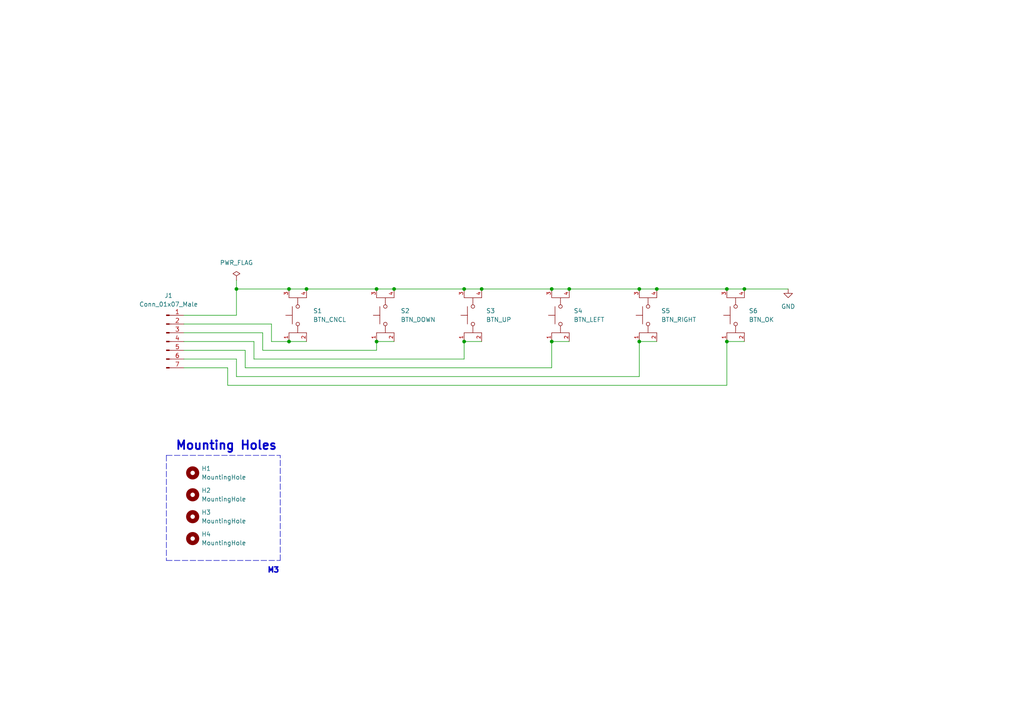
<source format=kicad_sch>
(kicad_sch (version 20211123) (generator eeschema)
  (paper "A4")
  (lib_symbols
    (symbol "Connector:Conn_01x07_Male" (pin_names (offset 1.016) hide)
      (property "Reference" "J" (at 0 10.16 0))
      (property "Value" "Conn_01x07_Male" (at 0 -10.16 0))
      (symbol "Conn_01x07_Male_1_1"
        (polyline (pts (xy 1.27 -7.62) (xy 0.8636 -7.62)) (stroke (width 0.1524)))
        (polyline (pts (xy 1.27 -5.08) (xy 0.8636 -5.08)) (stroke (width 0.1524)))
        (polyline (pts (xy 1.27 -2.54) (xy 0.8636 -2.54)) (stroke (width 0.1524)))
        (polyline (pts (xy 1.27 0) (xy 0.8636 0)) (stroke (width 0.1524)))
        (polyline (pts (xy 1.27 2.54) (xy 0.8636 2.54)) (stroke (width 0.1524)))
        (polyline (pts (xy 1.27 5.08) (xy 0.8636 5.08)) (stroke (width 0.1524)))
        (polyline (pts (xy 1.27 7.62) (xy 0.8636 7.62)) (stroke (width 0.1524)))
        (rectangle (start 0.8636 -7.493) (end 0 -7.747) (stroke (width 0.1524)) (fill (type outline)))
        (rectangle (start 0.8636 -4.953) (end 0 -5.207) (stroke (width 0.1524)) (fill (type outline)))
        (rectangle (start 0.8636 -2.413) (end 0 -2.667) (stroke (width 0.1524)) (fill (type outline)))
        (rectangle (start 0.8636 0.127) (end 0 -0.127) (stroke (width 0.1524)) (fill (type outline)))
        (rectangle (start 0.8636 2.667) (end 0 2.413) (stroke (width 0.1524)) (fill (type outline)))
        (rectangle (start 0.8636 5.207) (end 0 4.953) (stroke (width 0.1524)) (fill (type outline)))
        (rectangle (start 0.8636 7.747) (end 0 7.493) (stroke (width 0.1524)) (fill (type outline)))
        (pin passive line (at 5.08 7.62 180) (length 3.81) (name "Pin_1") (number "1"))
        (pin passive line (at 5.08 5.08 180) (length 3.81) (name "Pin_2") (number "2"))
        (pin passive line (at 5.08 2.54 180) (length 3.81) (name "Pin_3") (number "3"))
        (pin passive line (at 5.08 0 180) (length 3.81) (name "Pin_4") (number "4"))
        (pin passive line (at 5.08 -2.54 180) (length 3.81) (name "Pin_5") (number "5"))
        (pin passive line (at 5.08 -5.08 180) (length 3.81) (name "Pin_6") (number "6"))
        (pin passive line (at 5.08 -7.62 180) (length 3.81) (name "Pin_7") (number "7"))
      )
    )
    (symbol "Mechanical:MountingHole" (pin_names (offset 1.016))
      (property "Reference" "H" (at 0 5.08 0))
      (property "Value" "MountingHole" (at 0 3.175 0))
      (symbol "MountingHole_0_1"
        (circle (center 0 0) (radius 1.27) (stroke (width 1.27)))
      )
    )
    (symbol "TL1105DF160Q:TL1105DF160Q" (pin_names (offset 1.016))
      (property "Reference" "S" (at -5.08 5.08 0))
      (property "Value" "TL1105DF160Q" (at -5.08 -5.08 0))
      (symbol "TL1105DF160Q_0_0"
        (circle (center -2.54 0) (radius 0.508) (stroke (width 0.1524)))
        (polyline (pts (xy -5.08 0) (xy -3.048 0)) (stroke (width 0.1524)))
        (polyline (pts (xy -5.08 2.54) (xy -5.08 -2.54)) (stroke (width 0.1524)))
        (polyline (pts (xy -2.54 1.5875) (xy 0 1.5875)) (stroke (width 0.1524)))
        (polyline (pts (xy 0 1.5875) (xy 0 3.4925)) (stroke (width 0.1524)))
        (polyline (pts (xy 0 1.5875) (xy 2.54 1.5875)) (stroke (width 0.1524)))
        (polyline (pts (xy 5.08 0) (xy 3.048 0)) (stroke (width 0.1524)))
        (polyline (pts (xy 5.08 2.54) (xy 5.08 -2.54)) (stroke (width 0.1524)))
        (circle (center 2.54 0) (radius 0.508) (stroke (width 0.1524)))
        (pin passive line (at -7.62 2.54 0) (length 2.54) (name "~") (number "1"))
        (pin passive line (at -7.62 -2.54 0) (length 2.54) (name "~") (number "2"))
        (pin passive line (at 7.62 2.54 180) (length 2.54) (name "~") (number "3"))
        (pin passive line (at 7.62 -2.54 180) (length 2.54) (name "~") (number "4"))
      )
    )
    (symbol "power:GND" (power) (pin_names (offset 0))
      (property "Value" "GND" (at 0 -3.81 0))
      (symbol "GND_0_1"
        (polyline (pts (xy 0 0) (xy 0 -1.27) (xy 1.27 -1.27) (xy 0 -2.54) (xy -1.27 -1.27) (xy 0 -1.27)))
      )
      (symbol "GND_1_1"
        (pin power_in line (at 0 0 270) (length 0) hide (name "GND") (number "1"))
      )
    )
    (symbol "power:PWR_FLAG" (power) (pin_numbers hide) (pin_names (offset 0) hide)
      (property "Value" "PWR_FLAG" (at 0 3.81 0))
      (symbol "PWR_FLAG_0_0"
        (pin power_out line (at 0 0 90) (length 0) (name "pwr") (number "1"))
      )
      (symbol "PWR_FLAG_0_1"
        (polyline (pts (xy 0 0) (xy 0 1.27) (xy -1.016 1.905) (xy 0 2.54) (xy 1.016 1.905) (xy 0 1.27)))
      )
    )
  )
  (junction (at 134.62 99.06))
  (junction (at 83.82 99.06))
  (junction (at 134.62 83.82))
  (junction (at 109.22 83.82))
  (junction (at 190.5 83.82))
  (junction (at 109.22 99.06))
  (junction (at 88.9 83.82))
  (junction (at 165.1 83.82))
  (junction (at 83.82 83.82))
  (junction (at 215.9 83.82))
  (junction (at 68.58 83.82))
  (junction (at 160.02 83.82))
  (junction (at 210.82 83.82))
  (junction (at 160.02 99.06))
  (junction (at 114.3 83.82))
  (junction (at 185.42 83.82))
  (junction (at 185.42 99.06))
  (junction (at 139.7 83.82))
  (junction (at 210.82 99.06))
  (polyline (pts (xy 81.28 162.56) (xy 81.28 132.08)))
  (wire (pts (xy 83.82 83.82) (xy 88.9 83.82)))
  (wire (pts (xy 83.82 99.06) (xy 88.9 99.06)))
  (wire (pts (xy 134.62 83.82) (xy 139.7 83.82)))
  (wire (pts (xy 114.3 83.82) (xy 134.62 83.82)))
  (wire (pts (xy 165.1 83.82) (xy 185.42 83.82)))
  (wire (pts (xy 134.62 99.06) (xy 139.7 99.06)))
  (wire (pts (xy 83.82 99.06) (xy 78.74 99.06)))
  (wire (pts (xy 215.9 83.82) (xy 228.6 83.82)))
  (wire (pts (xy 68.58 91.44) (xy 53.34 91.44)))
  (wire (pts (xy 109.22 83.82) (xy 114.3 83.82)))
  (wire (pts (xy 160.02 106.68) (xy 71.12 106.68)))
  (wire (pts (xy 190.5 83.82) (xy 210.82 83.82)))
  (wire (pts (xy 76.2 96.52) (xy 53.34 96.52)))
  (wire (pts (xy 68.58 109.22) (xy 68.58 104.14)))
  (wire (pts (xy 78.74 93.98) (xy 53.34 93.98)))
  (wire (pts (xy 210.82 99.06) (xy 215.9 99.06)))
  (polyline (pts (xy 48.26 132.08) (xy 81.28 132.08)))
  (wire (pts (xy 73.66 99.06) (xy 53.34 99.06)))
  (wire (pts (xy 88.9 83.82) (xy 109.22 83.82)))
  (wire (pts (xy 73.66 104.14) (xy 73.66 99.06)))
  (wire (pts (xy 134.62 99.06) (xy 134.62 104.14)))
  (wire (pts (xy 210.82 111.76) (xy 66.04 111.76)))
  (wire (pts (xy 66.04 106.68) (xy 53.34 106.68)))
  (wire (pts (xy 78.74 99.06) (xy 78.74 93.98)))
  (wire (pts (xy 210.82 83.82) (xy 215.9 83.82)))
  (polyline (pts (xy 48.26 132.08) (xy 48.26 162.56)))
  (wire (pts (xy 109.22 99.06) (xy 109.22 101.6)))
  (wire (pts (xy 185.42 99.06) (xy 190.5 99.06)))
  (wire (pts (xy 68.58 83.82) (xy 68.58 91.44)))
  (wire (pts (xy 139.7 83.82) (xy 160.02 83.82)))
  (wire (pts (xy 160.02 99.06) (xy 165.1 99.06)))
  (wire (pts (xy 76.2 101.6) (xy 76.2 96.52)))
  (wire (pts (xy 134.62 104.14) (xy 73.66 104.14)))
  (wire (pts (xy 66.04 111.76) (xy 66.04 106.68)))
  (wire (pts (xy 160.02 99.06) (xy 160.02 106.68)))
  (wire (pts (xy 68.58 104.14) (xy 53.34 104.14)))
  (wire (pts (xy 109.22 99.06) (xy 114.3 99.06)))
  (wire (pts (xy 185.42 109.22) (xy 68.58 109.22)))
  (wire (pts (xy 210.82 99.06) (xy 210.82 111.76)))
  (wire (pts (xy 71.12 106.68) (xy 71.12 101.6)))
  (wire (pts (xy 160.02 83.82) (xy 165.1 83.82)))
  (wire (pts (xy 185.42 83.82) (xy 190.5 83.82)))
  (wire (pts (xy 83.82 83.82) (xy 68.58 83.82)))
  (wire (pts (xy 185.42 99.06) (xy 185.42 109.22)))
  (wire (pts (xy 109.22 101.6) (xy 76.2 101.6)))
  (wire (pts (xy 71.12 101.6) (xy 53.34 101.6)))
  (wire (pts (xy 68.58 81.28) (xy 68.58 83.82)))
  (polyline (pts (xy 48.26 162.56) (xy 81.28 162.56)))
  (text "Mounting Holes\n" (at 50.8 130.81 0) (effects (font (size 2.5 2.5) (thickness 0.5) bold) (justify left bottom)))
  (text "M3\n" (at 77.47 166.37 0) (effects (font (size 1.5 1.5) (thickness 0.5) bold) (justify left bottom)))
  (symbol (lib_id "Mechanical:MountingHole") (at 55.88 156.21 0) (unit 1)
    (property "Reference" "H4" (at 58.42 154.9399 0) (effects (justify left)))
    (property "Value" "MountingHole" (at 58.42 157.4799 0) (effects (justify left)))
    (property "Footprint" "MountingHole:MountingHole_3.2mm_M3" (effects hide))
  )
  (symbol (lib_id "Mechanical:MountingHole") (at 55.88 137.16 0) (unit 1)
    (property "Reference" "H1" (at 58.42 135.8899 0) (effects (justify left)))
    (property "Value" "MountingHole" (at 58.42 138.4299 0) (effects (justify left)))
    (property "Footprint" "MountingHole:MountingHole_3.2mm_M3" (effects hide))
  )
  (symbol (lib_id "TL1105DF160Q:TL1105DF160Q") (at 162.56 91.44 90) (unit 1)
    (property "Reference" "S4" (at 166.37 90.1699 90) (effects (justify right)))
    (property "Value" "BTN_LEFT" (at 166.37 92.7099 90) (effects (justify right)))
    (property "Footprint" "TL1105:SW_TL1105DF160Q" (effects hide))
    (property "PARTREV" "A" (effects hide))
    (property "MANUFACTURER" "E-Switch" (effects hide))
    (property "MAXIMUM_PACKAGE_HEIGHT" "13 mm" (effects hide))
    (property "SNAPEDA_PN" "TL1105DF160Q" (effects hide))
    (property "STANDARD" "Manufacturer Recommendations" (effects hide))
  )
  (symbol (lib_id "power:PWR_FLAG") (at 68.58 81.28 0) (unit 1)
    (property "Reference" "#FLG01" (effects hide))
    (property "Value" "PWR_FLAG" (at 68.58 76.2 0))
  )
  (symbol (lib_id "Mechanical:MountingHole") (at 55.88 143.51 0) (unit 1)
    (property "Reference" "H2" (at 58.42 142.2399 0) (effects (justify left)))
    (property "Value" "MountingHole" (at 58.42 144.7799 0) (effects (justify left)))
    (property "Footprint" "MountingHole:MountingHole_3.2mm_M3" (effects hide))
  )
  (symbol (lib_id "Mechanical:MountingHole") (at 55.88 149.86 0) (unit 1)
    (property "Reference" "H3" (at 58.42 148.5899 0) (effects (justify left)))
    (property "Value" "MountingHole" (at 58.42 151.1299 0) (effects (justify left)))
    (property "Footprint" "MountingHole:MountingHole_3.2mm_M3" (effects hide))
  )
  (symbol (lib_id "TL1105DF160Q:TL1105DF160Q") (at 187.96 91.44 90) (unit 1)
    (property "Reference" "S5" (at 191.77 90.1699 90) (effects (justify right)))
    (property "Value" "BTN_RIGHT" (at 191.77 92.7099 90) (effects (justify right)))
    (property "Footprint" "TL1105:SW_TL1105DF160Q" (effects hide))
    (property "PARTREV" "A" (effects hide))
    (property "MANUFACTURER" "E-Switch" (effects hide))
    (property "MAXIMUM_PACKAGE_HEIGHT" "13 mm" (effects hide))
    (property "SNAPEDA_PN" "TL1105DF160Q" (effects hide))
    (property "STANDARD" "Manufacturer Recommendations" (effects hide))
  )
  (symbol (lib_id "TL1105DF160Q:TL1105DF160Q") (at 86.36 91.44 90) (unit 1)
    (property "Reference" "S1" (at 90.805 90.1699 90) (effects (justify right)))
    (property "Value" "BTN_CNCL" (at 90.805 92.7099 90) (effects (justify right)))
    (property "Footprint" "TL1105:SW_TL1105DF160Q" (effects hide))
    (property "PARTREV" "A" (effects hide))
    (property "MANUFACTURER" "E-Switch" (effects hide))
    (property "MAXIMUM_PACKAGE_HEIGHT" "13 mm" (effects hide))
    (property "SNAPEDA_PN" "TL1105DF160Q" (effects hide))
    (property "STANDARD" "Manufacturer Recommendations" (effects hide))
  )
  (symbol (lib_id "TL1105DF160Q:TL1105DF160Q") (at 213.36 91.44 90) (unit 1)
    (property "Reference" "S6" (at 217.17 90.1699 90) (effects (justify right)))
    (property "Value" "BTN_OK" (at 217.17 92.7099 90) (effects (justify right)))
    (property "Footprint" "TL1105:SW_TL1105DF160Q" (effects hide))
    (property "PARTREV" "A" (effects hide))
    (property "MANUFACTURER" "E-Switch" (effects hide))
    (property "MAXIMUM_PACKAGE_HEIGHT" "13 mm" (effects hide))
    (property "SNAPEDA_PN" "TL1105DF160Q" (effects hide))
    (property "STANDARD" "Manufacturer Recommendations" (effects hide))
  )
  (symbol (lib_id "power:GND") (at 228.6 83.82 0) (unit 1)
    (property "Reference" "#PWR01" (effects hide))
    (property "Value" "GND" (at 228.6 88.9 0))
  )
  (symbol (lib_id "TL1105DF160Q:TL1105DF160Q") (at 137.16 91.44 90) (unit 1)
    (property "Reference" "S3" (at 140.97 90.1699 90) (effects (justify right)))
    (property "Value" "BTN_UP" (at 140.97 92.7099 90) (effects (justify right)))
    (property "Footprint" "TL1105:SW_TL1105DF160Q" (effects hide))
    (property "PARTREV" "A" (effects hide))
    (property "MANUFACTURER" "E-Switch" (effects hide))
    (property "MAXIMUM_PACKAGE_HEIGHT" "13 mm" (effects hide))
    (property "SNAPEDA_PN" "TL1105DF160Q" (effects hide))
    (property "STANDARD" "Manufacturer Recommendations" (effects hide))
  )
  (symbol (lib_id "TL1105DF160Q:TL1105DF160Q") (at 111.76 91.44 90) (unit 1)
    (property "Reference" "S2" (at 116.205 90.1699 90) (effects (justify right)))
    (property "Value" "BTN_DOWN" (at 116.205 92.7099 90) (effects (justify right)))
    (property "Footprint" "TL1105:SW_TL1105DF160Q" (effects hide))
    (property "PARTREV" "A" (effects hide))
    (property "MANUFACTURER" "E-Switch" (effects hide))
    (property "MAXIMUM_PACKAGE_HEIGHT" "13 mm" (effects hide))
    (property "SNAPEDA_PN" "TL1105DF160Q" (effects hide))
    (property "STANDARD" "Manufacturer Recommendations" (effects hide))
  )
  (symbol (lib_id "Connector:Conn_01x07_Male") (at 48.26 99.06 0) (unit 1)
    (property "Reference" "J1" (at 48.895 85.725 0))
    (property "Value" "Conn_01x07_Male" (at 48.895 88.265 0))
    (property "Footprint" "Connector_PinHeader_2.54mm:PinHeader_1x07_P2.54mm_Vertical" (effects hide))
  )
)
</source>
